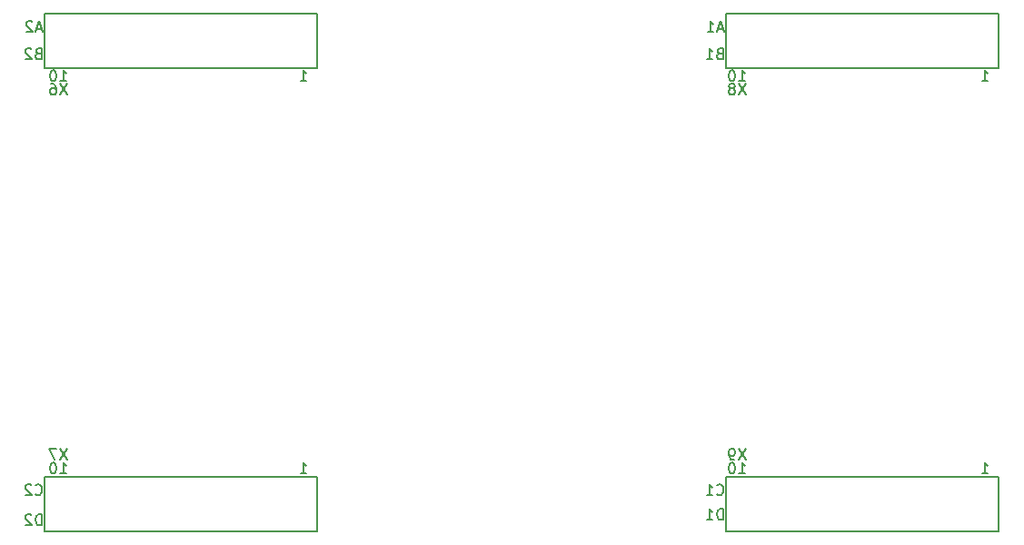
<source format=gbr>
G04 #@! TF.GenerationSoftware,KiCad,Pcbnew,(5.0.2)-1*
G04 #@! TF.CreationDate,2019-03-16T10:07:27-05:00*
G04 #@! TF.ProjectId,ClockingBoard_Hardware,436c6f63-6b69-46e6-9742-6f6172645f48,rev?*
G04 #@! TF.SameCoordinates,Original*
G04 #@! TF.FileFunction,Legend,Bot*
G04 #@! TF.FilePolarity,Positive*
%FSLAX46Y46*%
G04 Gerber Fmt 4.6, Leading zero omitted, Abs format (unit mm)*
G04 Created by KiCad (PCBNEW (5.0.2)-1) date 3/16/2019 10:07:27 AM*
%MOMM*%
%LPD*%
G01*
G04 APERTURE LIST*
%ADD10C,0.150000*%
G04 APERTURE END LIST*
D10*
G04 #@! TO.C,U2*
X99060000Y0D02*
X99060000Y-5080000D01*
X99060000Y-5080000D02*
X124460000Y-5080000D01*
X124460000Y-5080000D02*
X124460000Y0D01*
X124460000Y0D02*
X99060000Y0D01*
X99060000Y-43180000D02*
X99060000Y-48260000D01*
X99060000Y-48260000D02*
X124460000Y-48260000D01*
X124460000Y-48260000D02*
X124460000Y-43180000D01*
X124460000Y-43180000D02*
X99060000Y-43180000D01*
X35560000Y-5080000D02*
X60960000Y-5080000D01*
X60960000Y-43180000D02*
X35560000Y-43180000D01*
X35560000Y0D02*
X35560000Y-5080000D01*
X60960000Y-5080000D02*
X60960000Y0D01*
X60960000Y0D02*
X35560000Y0D01*
X35560000Y-43180000D02*
X35560000Y-48260000D01*
X35560000Y-48260000D02*
X60960000Y-48260000D01*
X60960000Y-48260000D02*
X60960000Y-43180000D01*
X122904285Y-42870380D02*
X123475714Y-42870380D01*
X123190000Y-42870380D02*
X123190000Y-41870380D01*
X123285238Y-42013238D01*
X123380476Y-42108476D01*
X123475714Y-42156095D01*
X100266476Y-42870380D02*
X100837904Y-42870380D01*
X100552190Y-42870380D02*
X100552190Y-41870380D01*
X100647428Y-42013238D01*
X100742666Y-42108476D01*
X100837904Y-42156095D01*
X99647428Y-41870380D02*
X99552190Y-41870380D01*
X99456952Y-41918000D01*
X99409333Y-41965619D01*
X99361714Y-42060857D01*
X99314095Y-42251333D01*
X99314095Y-42489428D01*
X99361714Y-42679904D01*
X99409333Y-42775142D01*
X99456952Y-42822761D01*
X99552190Y-42870380D01*
X99647428Y-42870380D01*
X99742666Y-42822761D01*
X99790285Y-42775142D01*
X99837904Y-42679904D01*
X99885523Y-42489428D01*
X99885523Y-42251333D01*
X99837904Y-42060857D01*
X99790285Y-41965619D01*
X99742666Y-41918000D01*
X99647428Y-41870380D01*
X122904285Y-6294380D02*
X123475714Y-6294380D01*
X123190000Y-6294380D02*
X123190000Y-5294380D01*
X123285238Y-5437238D01*
X123380476Y-5532476D01*
X123475714Y-5580095D01*
X100266476Y-6294380D02*
X100837904Y-6294380D01*
X100552190Y-6294380D02*
X100552190Y-5294380D01*
X100647428Y-5437238D01*
X100742666Y-5532476D01*
X100837904Y-5580095D01*
X99647428Y-5294380D02*
X99552190Y-5294380D01*
X99456952Y-5342000D01*
X99409333Y-5389619D01*
X99361714Y-5484857D01*
X99314095Y-5675333D01*
X99314095Y-5913428D01*
X99361714Y-6103904D01*
X99409333Y-6199142D01*
X99456952Y-6246761D01*
X99552190Y-6294380D01*
X99647428Y-6294380D01*
X99742666Y-6246761D01*
X99790285Y-6199142D01*
X99837904Y-6103904D01*
X99885523Y-5913428D01*
X99885523Y-5675333D01*
X99837904Y-5484857D01*
X99790285Y-5389619D01*
X99742666Y-5342000D01*
X99647428Y-5294380D01*
X59404285Y-42870380D02*
X59975714Y-42870380D01*
X59690000Y-42870380D02*
X59690000Y-41870380D01*
X59785238Y-42013238D01*
X59880476Y-42108476D01*
X59975714Y-42156095D01*
X37020476Y-42870380D02*
X37591904Y-42870380D01*
X37306190Y-42870380D02*
X37306190Y-41870380D01*
X37401428Y-42013238D01*
X37496666Y-42108476D01*
X37591904Y-42156095D01*
X36401428Y-41870380D02*
X36306190Y-41870380D01*
X36210952Y-41918000D01*
X36163333Y-41965619D01*
X36115714Y-42060857D01*
X36068095Y-42251333D01*
X36068095Y-42489428D01*
X36115714Y-42679904D01*
X36163333Y-42775142D01*
X36210952Y-42822761D01*
X36306190Y-42870380D01*
X36401428Y-42870380D01*
X36496666Y-42822761D01*
X36544285Y-42775142D01*
X36591904Y-42679904D01*
X36639523Y-42489428D01*
X36639523Y-42251333D01*
X36591904Y-42060857D01*
X36544285Y-41965619D01*
X36496666Y-41918000D01*
X36401428Y-41870380D01*
X37020476Y-6294380D02*
X37591904Y-6294380D01*
X37306190Y-6294380D02*
X37306190Y-5294380D01*
X37401428Y-5437238D01*
X37496666Y-5532476D01*
X37591904Y-5580095D01*
X36401428Y-5294380D02*
X36306190Y-5294380D01*
X36210952Y-5342000D01*
X36163333Y-5389619D01*
X36115714Y-5484857D01*
X36068095Y-5675333D01*
X36068095Y-5913428D01*
X36115714Y-6103904D01*
X36163333Y-6199142D01*
X36210952Y-6246761D01*
X36306190Y-6294380D01*
X36401428Y-6294380D01*
X36496666Y-6246761D01*
X36544285Y-6199142D01*
X36591904Y-6103904D01*
X36639523Y-5913428D01*
X36639523Y-5675333D01*
X36591904Y-5484857D01*
X36544285Y-5389619D01*
X36496666Y-5342000D01*
X36401428Y-5294380D01*
X59404285Y-6294380D02*
X59975714Y-6294380D01*
X59690000Y-6294380D02*
X59690000Y-5294380D01*
X59785238Y-5437238D01*
X59880476Y-5532476D01*
X59975714Y-5580095D01*
X100885523Y-40600380D02*
X100218857Y-41600380D01*
X100218857Y-40600380D02*
X100885523Y-41600380D01*
X99790285Y-41600380D02*
X99599809Y-41600380D01*
X99504571Y-41552761D01*
X99456952Y-41505142D01*
X99361714Y-41362285D01*
X99314095Y-41171809D01*
X99314095Y-40790857D01*
X99361714Y-40695619D01*
X99409333Y-40648000D01*
X99504571Y-40600380D01*
X99695047Y-40600380D01*
X99790285Y-40648000D01*
X99837904Y-40695619D01*
X99885523Y-40790857D01*
X99885523Y-41028952D01*
X99837904Y-41124190D01*
X99790285Y-41171809D01*
X99695047Y-41219428D01*
X99504571Y-41219428D01*
X99409333Y-41171809D01*
X99361714Y-41124190D01*
X99314095Y-41028952D01*
X100885523Y-6564380D02*
X100218857Y-7564380D01*
X100218857Y-6564380D02*
X100885523Y-7564380D01*
X99695047Y-6992952D02*
X99790285Y-6945333D01*
X99837904Y-6897714D01*
X99885523Y-6802476D01*
X99885523Y-6754857D01*
X99837904Y-6659619D01*
X99790285Y-6612000D01*
X99695047Y-6564380D01*
X99504571Y-6564380D01*
X99409333Y-6612000D01*
X99361714Y-6659619D01*
X99314095Y-6754857D01*
X99314095Y-6802476D01*
X99361714Y-6897714D01*
X99409333Y-6945333D01*
X99504571Y-6992952D01*
X99695047Y-6992952D01*
X99790285Y-7040571D01*
X99837904Y-7088190D01*
X99885523Y-7183428D01*
X99885523Y-7373904D01*
X99837904Y-7469142D01*
X99790285Y-7516761D01*
X99695047Y-7564380D01*
X99504571Y-7564380D01*
X99409333Y-7516761D01*
X99361714Y-7469142D01*
X99314095Y-7373904D01*
X99314095Y-7183428D01*
X99361714Y-7088190D01*
X99409333Y-7040571D01*
X99504571Y-6992952D01*
X37639523Y-40600380D02*
X36972857Y-41600380D01*
X36972857Y-40600380D02*
X37639523Y-41600380D01*
X36687142Y-40600380D02*
X36020476Y-40600380D01*
X36449047Y-41600380D01*
X37639523Y-6564380D02*
X36972857Y-7564380D01*
X36972857Y-6564380D02*
X37639523Y-7564380D01*
X36163333Y-6564380D02*
X36353809Y-6564380D01*
X36449047Y-6612000D01*
X36496666Y-6659619D01*
X36591904Y-6802476D01*
X36639523Y-6992952D01*
X36639523Y-7373904D01*
X36591904Y-7469142D01*
X36544285Y-7516761D01*
X36449047Y-7564380D01*
X36258571Y-7564380D01*
X36163333Y-7516761D01*
X36115714Y-7469142D01*
X36068095Y-7373904D01*
X36068095Y-7135809D01*
X36115714Y-7040571D01*
X36163333Y-6992952D01*
X36258571Y-6945333D01*
X36449047Y-6945333D01*
X36544285Y-6992952D01*
X36591904Y-7040571D01*
X36639523Y-7135809D01*
X98210666Y-44807142D02*
X98258285Y-44854761D01*
X98401142Y-44902380D01*
X98496380Y-44902380D01*
X98639238Y-44854761D01*
X98734476Y-44759523D01*
X98782095Y-44664285D01*
X98829714Y-44473809D01*
X98829714Y-44330952D01*
X98782095Y-44140476D01*
X98734476Y-44045238D01*
X98639238Y-43950000D01*
X98496380Y-43902380D01*
X98401142Y-43902380D01*
X98258285Y-43950000D01*
X98210666Y-43997619D01*
X97258285Y-44902380D02*
X97829714Y-44902380D01*
X97544000Y-44902380D02*
X97544000Y-43902380D01*
X97639238Y-44045238D01*
X97734476Y-44140476D01*
X97829714Y-44188095D01*
X98782095Y-47188380D02*
X98782095Y-46188380D01*
X98544000Y-46188380D01*
X98401142Y-46236000D01*
X98305904Y-46331238D01*
X98258285Y-46426476D01*
X98210666Y-46616952D01*
X98210666Y-46759809D01*
X98258285Y-46950285D01*
X98305904Y-47045523D01*
X98401142Y-47140761D01*
X98544000Y-47188380D01*
X98782095Y-47188380D01*
X97258285Y-47188380D02*
X97829714Y-47188380D01*
X97544000Y-47188380D02*
X97544000Y-46188380D01*
X97639238Y-46331238D01*
X97734476Y-46426476D01*
X97829714Y-46474095D01*
X34710666Y-44807142D02*
X34758285Y-44854761D01*
X34901142Y-44902380D01*
X34996380Y-44902380D01*
X35139238Y-44854761D01*
X35234476Y-44759523D01*
X35282095Y-44664285D01*
X35329714Y-44473809D01*
X35329714Y-44330952D01*
X35282095Y-44140476D01*
X35234476Y-44045238D01*
X35139238Y-43950000D01*
X34996380Y-43902380D01*
X34901142Y-43902380D01*
X34758285Y-43950000D01*
X34710666Y-43997619D01*
X34329714Y-43997619D02*
X34282095Y-43950000D01*
X34186857Y-43902380D01*
X33948761Y-43902380D01*
X33853523Y-43950000D01*
X33805904Y-43997619D01*
X33758285Y-44092857D01*
X33758285Y-44188095D01*
X33805904Y-44330952D01*
X34377333Y-44902380D01*
X33758285Y-44902380D01*
X35282095Y-47696380D02*
X35282095Y-46696380D01*
X35044000Y-46696380D01*
X34901142Y-46744000D01*
X34805904Y-46839238D01*
X34758285Y-46934476D01*
X34710666Y-47124952D01*
X34710666Y-47267809D01*
X34758285Y-47458285D01*
X34805904Y-47553523D01*
X34901142Y-47648761D01*
X35044000Y-47696380D01*
X35282095Y-47696380D01*
X34329714Y-46791619D02*
X34282095Y-46744000D01*
X34186857Y-46696380D01*
X33948761Y-46696380D01*
X33853523Y-46744000D01*
X33805904Y-46791619D01*
X33758285Y-46886857D01*
X33758285Y-46982095D01*
X33805904Y-47124952D01*
X34377333Y-47696380D01*
X33758285Y-47696380D01*
X98448761Y-3738571D02*
X98305904Y-3786190D01*
X98258285Y-3833809D01*
X98210666Y-3929047D01*
X98210666Y-4071904D01*
X98258285Y-4167142D01*
X98305904Y-4214761D01*
X98401142Y-4262380D01*
X98782095Y-4262380D01*
X98782095Y-3262380D01*
X98448761Y-3262380D01*
X98353523Y-3310000D01*
X98305904Y-3357619D01*
X98258285Y-3452857D01*
X98258285Y-3548095D01*
X98305904Y-3643333D01*
X98353523Y-3690952D01*
X98448761Y-3738571D01*
X98782095Y-3738571D01*
X97258285Y-4262380D02*
X97829714Y-4262380D01*
X97544000Y-4262380D02*
X97544000Y-3262380D01*
X97639238Y-3405238D01*
X97734476Y-3500476D01*
X97829714Y-3548095D01*
X98758285Y-1436666D02*
X98282095Y-1436666D01*
X98853523Y-1722380D02*
X98520190Y-722380D01*
X98186857Y-1722380D01*
X97329714Y-1722380D02*
X97901142Y-1722380D01*
X97615428Y-1722380D02*
X97615428Y-722380D01*
X97710666Y-865238D01*
X97805904Y-960476D01*
X97901142Y-1008095D01*
X34948761Y-3738571D02*
X34805904Y-3786190D01*
X34758285Y-3833809D01*
X34710666Y-3929047D01*
X34710666Y-4071904D01*
X34758285Y-4167142D01*
X34805904Y-4214761D01*
X34901142Y-4262380D01*
X35282095Y-4262380D01*
X35282095Y-3262380D01*
X34948761Y-3262380D01*
X34853523Y-3310000D01*
X34805904Y-3357619D01*
X34758285Y-3452857D01*
X34758285Y-3548095D01*
X34805904Y-3643333D01*
X34853523Y-3690952D01*
X34948761Y-3738571D01*
X35282095Y-3738571D01*
X34329714Y-3357619D02*
X34282095Y-3310000D01*
X34186857Y-3262380D01*
X33948761Y-3262380D01*
X33853523Y-3310000D01*
X33805904Y-3357619D01*
X33758285Y-3452857D01*
X33758285Y-3548095D01*
X33805904Y-3690952D01*
X34377333Y-4262380D01*
X33758285Y-4262380D01*
X35258285Y-1436666D02*
X34782095Y-1436666D01*
X35353523Y-1722380D02*
X35020190Y-722380D01*
X34686857Y-1722380D01*
X34401142Y-817619D02*
X34353523Y-770000D01*
X34258285Y-722380D01*
X34020190Y-722380D01*
X33924952Y-770000D01*
X33877333Y-817619D01*
X33829714Y-912857D01*
X33829714Y-1008095D01*
X33877333Y-1150952D01*
X34448761Y-1722380D01*
X33829714Y-1722380D01*
G04 #@! TD*
M02*

</source>
